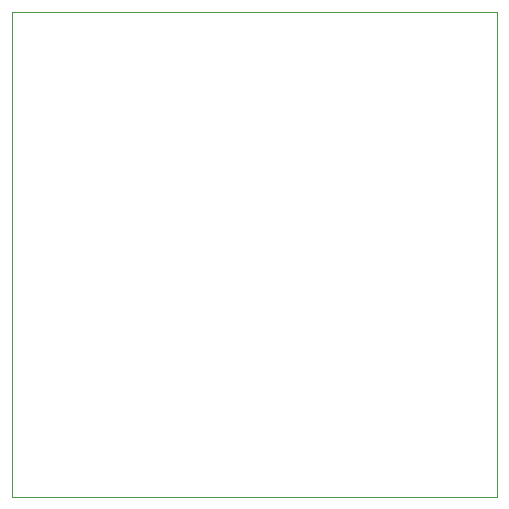
<source format=gbr>
%TF.GenerationSoftware,KiCad,Pcbnew,8.0.4*%
%TF.CreationDate,2024-08-15T03:18:53+02:00*%
%TF.ProjectId,breakout_dac,62726561-6b6f-4757-945f-6461632e6b69,rev?*%
%TF.SameCoordinates,Original*%
%TF.FileFunction,Profile,NP*%
%FSLAX46Y46*%
G04 Gerber Fmt 4.6, Leading zero omitted, Abs format (unit mm)*
G04 Created by KiCad (PCBNEW 8.0.4) date 2024-08-15 03:18:53*
%MOMM*%
%LPD*%
G01*
G04 APERTURE LIST*
%TA.AperFunction,Profile*%
%ADD10C,0.050000*%
%TD*%
G04 APERTURE END LIST*
D10*
X58500000Y-88500000D02*
X99500000Y-88500000D01*
X99500000Y-129500000D01*
X58500000Y-129500000D01*
X58500000Y-88500000D01*
M02*

</source>
